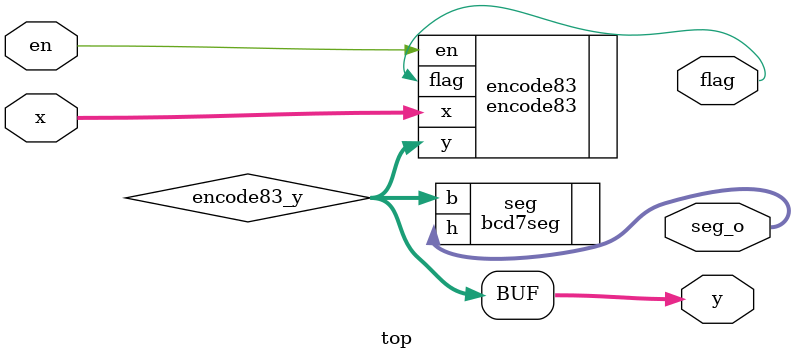
<source format=v>
module top (x,en,y,flag,seg_o);
	input [7:0] x;
	input en;
	output [2:0] y;
	output flag;
	output [7:0] seg_o;

	wire [2:0] encode83_y;

	encode83 encode83 (
		.x(x),
		.en(en),
		.y(encode83_y),
		.flag(flag)
	);

	assign y = encode83_y;

	bcd7seg seg(.b(encode83_y), .h(seg_o));
endmodule

</source>
